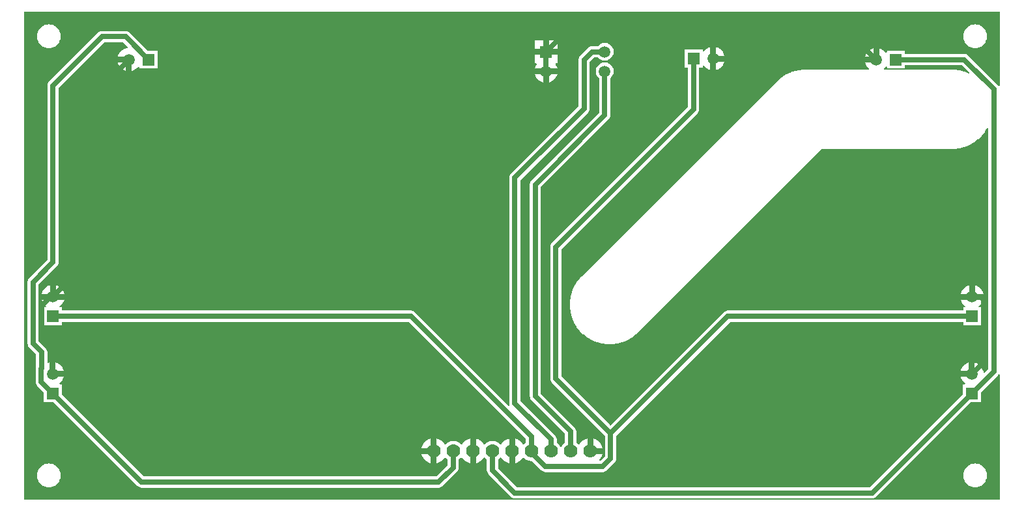
<source format=gbl>
G04*
G04 #@! TF.GenerationSoftware,Altium Limited,Altium Designer,18.1.9 (240)*
G04*
G04 Layer_Physical_Order=2*
G04 Layer_Color=16711680*
%FSLAX25Y25*%
%MOIN*%
G70*
G01*
G75*
%ADD10C,0.02500*%
%ADD11C,0.07000*%
%ADD12R,0.05906X0.05906*%
%ADD13C,0.05906*%
%ADD14R,0.05906X0.05906*%
G36*
X483604Y257830D02*
X483321Y257406D01*
X481223Y258276D01*
X481117Y258297D01*
X481021Y258344D01*
X478643Y258981D01*
X478536Y258988D01*
X478434Y259023D01*
X475994Y259344D01*
X475886Y259337D01*
X475781Y259358D01*
X439906D01*
X439727Y259858D01*
X440230Y260270D01*
X440947Y261145D01*
X440983Y261145D01*
X441447Y260791D01*
Y259947D01*
X450553D01*
Y261625D01*
X479809D01*
X483604Y257830D01*
D02*
G37*
G36*
X499065Y288973D02*
X499073Y288965D01*
X499077Y288956D01*
Y251013D01*
X498576Y250877D01*
X498209Y251356D01*
X483033Y266533D01*
X482437Y266989D01*
X481744Y267277D01*
X481000Y267375D01*
X450553D01*
Y269053D01*
X441447D01*
Y268209D01*
X440983Y267855D01*
X440947Y267855D01*
X440230Y268730D01*
X439323Y269474D01*
X438289Y270026D01*
X437500Y270266D01*
Y264500D01*
X436000D01*
Y263000D01*
X430234D01*
X430474Y262211D01*
X431027Y261177D01*
X431770Y260270D01*
X432273Y259858D01*
X432094Y259358D01*
X398628D01*
X398548Y259342D01*
X398468Y259350D01*
X396632Y259170D01*
X396554Y259146D01*
X396473D01*
X394664Y258786D01*
X394589Y258755D01*
X394509Y258747D01*
X392743Y258212D01*
X392672Y258173D01*
X392593Y258158D01*
X390888Y257452D01*
X390821Y257407D01*
X390743Y257383D01*
X389116Y256514D01*
X389054Y256462D01*
X388979Y256431D01*
X387445Y255406D01*
X387388Y255349D01*
X387316Y255311D01*
X385890Y254141D01*
X385839Y254078D01*
X385772Y254033D01*
X385120Y253381D01*
X385119Y253381D01*
X285120Y153381D01*
X284249Y152511D01*
X284189Y152421D01*
X284108Y152350D01*
X282610Y150398D01*
X282563Y150301D01*
X282492Y150220D01*
X281261Y148088D01*
X281226Y147986D01*
X281167Y147897D01*
X280225Y145623D01*
X280204Y145518D01*
X280156Y145421D01*
X279519Y143043D01*
X279512Y142936D01*
X279477Y142834D01*
X279156Y140394D01*
X279163Y140287D01*
X279142Y140181D01*
Y137720D01*
X279163Y137614D01*
X279156Y137507D01*
X279477Y135066D01*
X279512Y134965D01*
X279519Y134857D01*
X280156Y132480D01*
X280204Y132383D01*
X280225Y132278D01*
X281167Y130004D01*
X281226Y129914D01*
X281261Y129812D01*
X282492Y127681D01*
X282563Y127600D01*
X282610Y127503D01*
X284108Y125550D01*
X284189Y125479D01*
X284249Y125390D01*
X285990Y123650D01*
X286079Y123590D01*
X286150Y123509D01*
X288103Y122011D01*
X288199Y121963D01*
X288280Y121892D01*
X290412Y120661D01*
X290514Y120627D01*
X290603Y120567D01*
X292877Y119625D01*
X292983Y119604D01*
X293079Y119556D01*
X295457Y118919D01*
X295564Y118912D01*
X295666Y118878D01*
X298106Y118556D01*
X298214Y118563D01*
X298319Y118543D01*
X300781D01*
X300886Y118563D01*
X300994Y118556D01*
X303434Y118878D01*
X303536Y118912D01*
X303643Y118919D01*
X306021Y119556D01*
X306117Y119604D01*
X306223Y119625D01*
X308497Y120567D01*
X308586Y120627D01*
X308688Y120661D01*
X310820Y121892D01*
X310901Y121963D01*
X310997Y122011D01*
X312950Y123509D01*
X313021Y123590D01*
X313110Y123650D01*
X313981Y124520D01*
X313981Y124520D01*
X408003Y218543D01*
X475781D01*
X475886Y218564D01*
X475994Y218556D01*
X478434Y218878D01*
X478536Y218912D01*
X478643Y218919D01*
X481021Y219556D01*
X481117Y219604D01*
X481223Y219625D01*
X483497Y220567D01*
X483586Y220627D01*
X483688Y220661D01*
X485820Y221892D01*
X485901Y221963D01*
X485997Y222010D01*
X487950Y223509D01*
X488021Y223590D01*
X488110Y223650D01*
X489851Y225390D01*
X489911Y225480D01*
X489991Y225551D01*
X491490Y227503D01*
X491537Y227600D01*
X491608Y227681D01*
X492566Y229339D01*
X493220Y229472D01*
X493302Y229411D01*
Y106020D01*
X491238Y103956D01*
X490767Y104124D01*
X490714Y104667D01*
X490373Y105789D01*
X489820Y106823D01*
X489077Y107730D01*
X488170Y108474D01*
X487136Y109026D01*
X486347Y109266D01*
Y103500D01*
X484847D01*
Y102000D01*
X479081D01*
X479321Y101211D01*
X479874Y100177D01*
X480618Y99270D01*
X481492Y98553D01*
X481492Y98517D01*
X481138Y98053D01*
X480294D01*
Y93012D01*
X432656Y45375D01*
X252191D01*
X242425Y55141D01*
Y59728D01*
X243187Y60313D01*
X243459Y60666D01*
X243957Y60625D01*
X244119Y60322D01*
X244932Y59332D01*
X245921Y58520D01*
X247050Y57916D01*
X248050Y57613D01*
Y63950D01*
Y70288D01*
X247050Y69985D01*
X245921Y69381D01*
X244932Y68569D01*
X244119Y67579D01*
X243957Y67275D01*
X243459Y67234D01*
X243187Y67588D01*
X242122Y68405D01*
X240881Y68919D01*
X239550Y69094D01*
X238219Y68919D01*
X236978Y68405D01*
X235913Y67588D01*
X235641Y67234D01*
X235143Y67275D01*
X234981Y67579D01*
X234168Y68568D01*
X233179Y69381D01*
X232049Y69984D01*
X231050Y70288D01*
Y63950D01*
Y57613D01*
X232049Y57916D01*
X233179Y58519D01*
X234168Y59332D01*
X234981Y60321D01*
X235143Y60625D01*
X235642Y60666D01*
X235913Y60313D01*
X236675Y59728D01*
Y53950D01*
X236773Y53206D01*
X237060Y52513D01*
X237517Y51917D01*
X248967Y40467D01*
X249563Y40010D01*
X250256Y39723D01*
X251000Y39625D01*
X433847D01*
X434591Y39723D01*
X435284Y40010D01*
X435880Y40467D01*
X484360Y88947D01*
X489400D01*
Y93988D01*
X498209Y102797D01*
X498576Y103276D01*
X499077Y103139D01*
Y38945D01*
X499073Y38935D01*
X499065Y38928D01*
X499055Y38924D01*
X45D01*
X35Y38928D01*
X27Y38935D01*
X23Y38945D01*
Y288956D01*
X27Y288965D01*
X35Y288973D01*
X45Y288977D01*
X499055D01*
X499065Y288973D01*
D02*
G37*
%LPC*%
G36*
X486988Y282532D02*
X486112D01*
X485954Y282500D01*
X485793D01*
X484934Y282329D01*
X484785Y282268D01*
X484628Y282237D01*
X483818Y281901D01*
X483684Y281812D01*
X483536Y281750D01*
X482807Y281263D01*
X482693Y281150D01*
X482560Y281060D01*
X481940Y280441D01*
X481851Y280307D01*
X481737Y280193D01*
X481250Y279465D01*
X481189Y279316D01*
X481099Y279183D01*
X480764Y278373D01*
X480732Y278215D01*
X480671Y278067D01*
X480500Y277207D01*
Y277046D01*
X480469Y276889D01*
Y276012D01*
X480500Y275854D01*
Y275694D01*
X480671Y274834D01*
X480732Y274686D01*
X480764Y274528D01*
X481099Y273718D01*
X481188Y273585D01*
X481250Y273436D01*
X481737Y272707D01*
X481851Y272594D01*
X481940Y272460D01*
X482560Y271840D01*
X482693Y271751D01*
X482807Y271637D01*
X483536Y271150D01*
X483684Y271089D01*
X483818Y271000D01*
X484628Y270664D01*
X484785Y270633D01*
X484934Y270571D01*
X485793Y270400D01*
X485954D01*
X486112Y270369D01*
X486988D01*
X487146Y270400D01*
X487306D01*
X488166Y270571D01*
X488315Y270633D01*
X488472Y270664D01*
X489282Y271000D01*
X489416Y271089D01*
X489564Y271150D01*
X490293Y271637D01*
X490407Y271751D01*
X490540Y271840D01*
X491160Y272460D01*
X491249Y272594D01*
X491363Y272707D01*
X491850Y273436D01*
X491911Y273585D01*
X492001Y273718D01*
X492336Y274528D01*
X492368Y274686D01*
X492429Y274834D01*
X492600Y275694D01*
Y275854D01*
X492631Y276012D01*
Y276889D01*
X492600Y277046D01*
Y277207D01*
X492429Y278067D01*
X492368Y278215D01*
X492336Y278373D01*
X492001Y279183D01*
X491911Y279316D01*
X491850Y279465D01*
X491363Y280193D01*
X491249Y280307D01*
X491160Y280441D01*
X490540Y281060D01*
X490407Y281150D01*
X490293Y281263D01*
X489564Y281750D01*
X489416Y281812D01*
X489282Y281901D01*
X488472Y282237D01*
X488315Y282268D01*
X488166Y282329D01*
X487307Y282500D01*
X487146D01*
X486988Y282532D01*
D02*
G37*
G36*
X12988D02*
X12112D01*
X11954Y282500D01*
X11793D01*
X10934Y282329D01*
X10785Y282268D01*
X10628Y282237D01*
X9818Y281901D01*
X9684Y281812D01*
X9536Y281750D01*
X8807Y281263D01*
X8693Y281150D01*
X8560Y281060D01*
X7940Y280441D01*
X7851Y280307D01*
X7737Y280193D01*
X7250Y279465D01*
X7188Y279316D01*
X7099Y279183D01*
X6764Y278373D01*
X6733Y278215D01*
X6671Y278067D01*
X6500Y277207D01*
Y277046D01*
X6469Y276889D01*
Y276012D01*
X6500Y275854D01*
Y275694D01*
X6671Y274834D01*
X6733Y274686D01*
X6764Y274528D01*
X7099Y273718D01*
X7188Y273585D01*
X7250Y273436D01*
X7737Y272707D01*
X7851Y272594D01*
X7940Y272460D01*
X8560Y271840D01*
X8693Y271751D01*
X8807Y271637D01*
X9536Y271150D01*
X9684Y271089D01*
X9818Y271000D01*
X10628Y270664D01*
X10785Y270633D01*
X10934Y270571D01*
X11793Y270400D01*
X11954D01*
X12112Y270369D01*
X12988D01*
X13146Y270400D01*
X13307D01*
X14166Y270571D01*
X14315Y270633D01*
X14472Y270664D01*
X15282Y271000D01*
X15416Y271089D01*
X15564Y271150D01*
X16293Y271637D01*
X16407Y271751D01*
X16540Y271840D01*
X17160Y272460D01*
X17249Y272594D01*
X17363Y272707D01*
X17850Y273436D01*
X17911Y273585D01*
X18001Y273718D01*
X18336Y274528D01*
X18368Y274686D01*
X18429Y274834D01*
X18600Y275694D01*
Y275854D01*
X18631Y276012D01*
Y276889D01*
X18600Y277046D01*
Y277207D01*
X18429Y278067D01*
X18368Y278215D01*
X18336Y278373D01*
X18001Y279183D01*
X17911Y279316D01*
X17850Y279465D01*
X17363Y280193D01*
X17249Y280307D01*
X17160Y280441D01*
X16540Y281060D01*
X16407Y281150D01*
X16293Y281263D01*
X15564Y281750D01*
X15416Y281812D01*
X15282Y281901D01*
X14472Y282237D01*
X14315Y282268D01*
X14166Y282329D01*
X13307Y282500D01*
X13146D01*
X12988Y282532D01*
D02*
G37*
G36*
X272953Y274453D02*
X268500D01*
Y270000D01*
X272953D01*
Y274453D01*
D02*
G37*
G36*
X265500D02*
X261047D01*
Y270000D01*
X265500D01*
Y274453D01*
D02*
G37*
G36*
X354000Y270766D02*
Y266500D01*
X358266D01*
X358026Y267289D01*
X357473Y268323D01*
X356730Y269230D01*
X355823Y269973D01*
X354789Y270526D01*
X354000Y270766D01*
D02*
G37*
G36*
X434500Y270266D02*
X433711Y270026D01*
X432677Y269474D01*
X431770Y268730D01*
X431027Y267823D01*
X430474Y266789D01*
X430234Y266000D01*
X434500D01*
Y270266D01*
D02*
G37*
G36*
X272953Y267000D02*
X261047D01*
Y262547D01*
X262036D01*
X262250Y262095D01*
X262027Y261823D01*
X261474Y260789D01*
X261234Y260000D01*
X272766D01*
X272526Y260789D01*
X271973Y261823D01*
X271750Y262095D01*
X271964Y262547D01*
X272953D01*
Y267000D01*
D02*
G37*
G36*
X51769Y279106D02*
X39731D01*
X38987Y279008D01*
X38294Y278721D01*
X37699Y278264D01*
X12625Y253190D01*
X12168Y252595D01*
X11881Y251902D01*
X11783Y251158D01*
Y161849D01*
X2467Y152533D01*
X2011Y151937D01*
X1723Y151244D01*
X1625Y150500D01*
Y119000D01*
X1723Y118256D01*
X2011Y117563D01*
X2467Y116967D01*
X5975Y113459D01*
Y106932D01*
X5921Y106800D01*
X5823Y106056D01*
Y99303D01*
X5921Y98559D01*
X6208Y97865D01*
X6665Y97270D01*
X9947Y93988D01*
Y88947D01*
X14988D01*
X57967Y45967D01*
X58563Y45511D01*
X59256Y45223D01*
X60000Y45125D01*
X212000D01*
X212744Y45223D01*
X213437Y45511D01*
X214033Y45967D01*
X221533Y53467D01*
X221989Y54063D01*
X222277Y54756D01*
X222375Y55500D01*
Y59728D01*
X223137Y60313D01*
X223438Y60705D01*
X223936Y60664D01*
X224119Y60321D01*
X224932Y59332D01*
X225921Y58519D01*
X227050Y57916D01*
X228050Y57613D01*
Y63950D01*
Y70288D01*
X227050Y69984D01*
X225921Y69381D01*
X224932Y68568D01*
X224119Y67579D01*
X223936Y67237D01*
X223438Y67196D01*
X223137Y67588D01*
X222072Y68405D01*
X220831Y68919D01*
X219500Y69094D01*
X218169Y68919D01*
X216928Y68405D01*
X215863Y67588D01*
X215592Y67234D01*
X215093Y67275D01*
X214931Y67579D01*
X214118Y68569D01*
X213129Y69381D01*
X212000Y69985D01*
X211000Y70288D01*
Y63950D01*
Y57613D01*
X212000Y57916D01*
X213129Y58520D01*
X214118Y59332D01*
X214931Y60322D01*
X215093Y60625D01*
X215592Y60666D01*
X215863Y60313D01*
X216625Y59728D01*
Y56691D01*
X210809Y50875D01*
X61191D01*
X19053Y93012D01*
Y98053D01*
X18209D01*
X17855Y98517D01*
X17855Y98553D01*
X18730Y99270D01*
X19474Y100177D01*
X20026Y101211D01*
X20266Y102000D01*
X14500D01*
Y103500D01*
X13000D01*
Y109266D01*
X12211Y109026D01*
X12153Y108995D01*
X11725Y109253D01*
Y114650D01*
X11627Y115394D01*
X11339Y116087D01*
X10883Y116683D01*
X7375Y120191D01*
Y149309D01*
X16691Y158625D01*
X17147Y159221D01*
X17435Y159914D01*
X17533Y160658D01*
Y249967D01*
X40922Y273357D01*
X50578D01*
X53044Y270891D01*
X52876Y270420D01*
X52333Y270367D01*
X51211Y270026D01*
X50177Y269474D01*
X49270Y268730D01*
X48526Y267823D01*
X47974Y266789D01*
X47734Y266000D01*
X53500D01*
Y264500D01*
X55000D01*
Y258734D01*
X55789Y258974D01*
X56823Y259526D01*
X57730Y260270D01*
X58447Y261145D01*
X58483Y261145D01*
X58947Y260791D01*
Y259947D01*
X68053D01*
Y269053D01*
X63012D01*
X53802Y278264D01*
X53206Y278721D01*
X52513Y279008D01*
X51769Y279106D01*
D02*
G37*
G36*
X358266Y263500D02*
X354000D01*
Y259234D01*
X354789Y259474D01*
X355823Y260027D01*
X356730Y260770D01*
X357473Y261677D01*
X358026Y262711D01*
X358266Y263500D01*
D02*
G37*
G36*
X297000Y273092D02*
X295812Y272936D01*
X294704Y272477D01*
X293753Y271747D01*
X293467Y271375D01*
X290500D01*
X289756Y271277D01*
X289063Y270989D01*
X288467Y270533D01*
X284467Y266533D01*
X284011Y265937D01*
X283723Y265244D01*
X283625Y264500D01*
Y240691D01*
X248967Y206033D01*
X248511Y205437D01*
X248223Y204744D01*
X248125Y204000D01*
Y88500D01*
X248223Y87756D01*
X248370Y87403D01*
X247946Y87120D01*
X200033Y135033D01*
X199437Y135489D01*
X198744Y135777D01*
X198000Y135875D01*
X19211D01*
Y137553D01*
X18367D01*
X18013Y138017D01*
X18013Y138053D01*
X18888Y138770D01*
X19631Y139677D01*
X20184Y140711D01*
X20423Y141500D01*
X14658D01*
X8892D01*
X9132Y140711D01*
X9684Y139677D01*
X10428Y138770D01*
X11303Y138053D01*
X11303Y138017D01*
X10949Y137553D01*
X10105D01*
Y128447D01*
X19211D01*
Y130125D01*
X196809D01*
X256675Y70259D01*
Y68173D01*
X255913Y67588D01*
X255642Y67234D01*
X255143Y67275D01*
X254981Y67579D01*
X254168Y68569D01*
X253179Y69381D01*
X252049Y69985D01*
X251050Y70288D01*
Y63950D01*
Y57613D01*
X252049Y57916D01*
X253179Y58520D01*
X254168Y59332D01*
X254981Y60322D01*
X255143Y60625D01*
X255642Y60666D01*
X255913Y60313D01*
X256978Y59496D01*
X258219Y58982D01*
X259550Y58806D01*
X259619Y58815D01*
X264467Y53967D01*
X265063Y53510D01*
X265756Y53223D01*
X266500Y53125D01*
X296000D01*
X296744Y53223D01*
X297437Y53510D01*
X298033Y53967D01*
X302033Y57967D01*
X302489Y58563D01*
X302777Y59256D01*
X302875Y60000D01*
Y71809D01*
X361191Y130125D01*
X480447D01*
Y128447D01*
X489553D01*
Y137553D01*
X488709D01*
X488355Y138017D01*
X488355Y138053D01*
X489230Y138770D01*
X489973Y139677D01*
X490526Y140711D01*
X490766Y141500D01*
X485000D01*
X479234D01*
X479474Y140711D01*
X480026Y139677D01*
X480770Y138770D01*
X481645Y138053D01*
X481645Y138017D01*
X481291Y137553D01*
X480447D01*
Y135875D01*
X360000D01*
X359256Y135777D01*
X358563Y135489D01*
X357967Y135033D01*
X300000Y77065D01*
X274875Y102191D01*
Y167309D01*
X344533Y236967D01*
X344989Y237563D01*
X345277Y238256D01*
X345375Y239000D01*
Y260447D01*
X347053D01*
Y261291D01*
X347517Y261645D01*
X347553Y261645D01*
X348270Y260770D01*
X349177Y260027D01*
X350211Y259474D01*
X351000Y259234D01*
Y265000D01*
Y270766D01*
X350211Y270526D01*
X349177Y269973D01*
X348270Y269230D01*
X347553Y268355D01*
X347517Y268355D01*
X347053Y268709D01*
Y269553D01*
X337947D01*
Y260447D01*
X339625D01*
Y240191D01*
X269967Y170533D01*
X269511Y169937D01*
X269223Y169244D01*
X269125Y168500D01*
Y101000D01*
X269223Y100256D01*
X269511Y99563D01*
X269967Y98967D01*
X297125Y71809D01*
Y61191D01*
X294809Y58875D01*
X294332D01*
X294254Y59093D01*
X294203Y59375D01*
X294981Y60322D01*
X295584Y61451D01*
X295887Y62450D01*
X289550D01*
Y63950D01*
X288050D01*
Y70288D01*
X287051Y69985D01*
X285921Y69381D01*
X284932Y68569D01*
X284119Y67579D01*
X283957Y67275D01*
X283458Y67234D01*
X283187Y67587D01*
X282425Y68173D01*
Y73950D01*
X282327Y74694D01*
X282039Y75387D01*
X281583Y75983D01*
X264375Y93191D01*
Y199309D01*
X299033Y233967D01*
X299489Y234563D01*
X299777Y235256D01*
X299875Y236000D01*
Y254967D01*
X300247Y255253D01*
X300977Y256204D01*
X301436Y257312D01*
X301592Y258500D01*
X301436Y259688D01*
X300977Y260796D01*
X300247Y261747D01*
X299296Y262477D01*
X298188Y262936D01*
X297000Y263092D01*
X295812Y262936D01*
X294704Y262477D01*
X293753Y261747D01*
X293023Y260796D01*
X292564Y259688D01*
X292408Y258500D01*
X292564Y257312D01*
X293023Y256204D01*
X293753Y255253D01*
X294125Y254967D01*
Y237191D01*
X259467Y202533D01*
X259011Y201937D01*
X258723Y201244D01*
X258625Y200500D01*
Y92000D01*
X258723Y91256D01*
X259011Y90563D01*
X259467Y89967D01*
X276675Y72759D01*
Y68173D01*
X275913Y67587D01*
X275095Y66522D01*
X274821Y65859D01*
X274279D01*
X274005Y66522D01*
X273187Y67587D01*
X272425Y68173D01*
Y69950D01*
X272327Y70694D01*
X272040Y71387D01*
X271583Y71983D01*
X253875Y89691D01*
Y202809D01*
X288533Y237467D01*
X288989Y238063D01*
X289277Y238756D01*
X289375Y239500D01*
Y263309D01*
X291691Y265625D01*
X293467D01*
X293753Y265253D01*
X294704Y264523D01*
X295812Y264064D01*
X297000Y263908D01*
X298188Y264064D01*
X299296Y264523D01*
X300247Y265253D01*
X300977Y266204D01*
X301436Y267312D01*
X301592Y268500D01*
X301436Y269689D01*
X300977Y270796D01*
X300247Y271747D01*
X299296Y272477D01*
X298188Y272936D01*
X297000Y273092D01*
D02*
G37*
G36*
X52000Y263000D02*
X47734D01*
X47974Y262211D01*
X48526Y261177D01*
X49270Y260270D01*
X50177Y259526D01*
X51211Y258974D01*
X52000Y258734D01*
Y263000D01*
D02*
G37*
G36*
X272766Y257000D02*
X268500D01*
Y252734D01*
X269289Y252974D01*
X270323Y253526D01*
X271230Y254270D01*
X271973Y255177D01*
X272526Y256211D01*
X272766Y257000D01*
D02*
G37*
G36*
X265500D02*
X261234D01*
X261474Y256211D01*
X262027Y255177D01*
X262770Y254270D01*
X263677Y253526D01*
X264711Y252974D01*
X265500Y252734D01*
Y257000D01*
D02*
G37*
G36*
X486500Y148766D02*
Y144500D01*
X490766D01*
X490526Y145289D01*
X489973Y146323D01*
X489230Y147230D01*
X488323Y147974D01*
X487289Y148526D01*
X486500Y148766D01*
D02*
G37*
G36*
X16158D02*
Y144500D01*
X20423D01*
X20184Y145289D01*
X19631Y146323D01*
X18888Y147230D01*
X17981Y147974D01*
X16947Y148526D01*
X16158Y148766D01*
D02*
G37*
G36*
X483500D02*
X482711Y148526D01*
X481677Y147974D01*
X480770Y147230D01*
X480026Y146323D01*
X479474Y145289D01*
X479234Y144500D01*
X483500D01*
Y148766D01*
D02*
G37*
G36*
X13158D02*
X12369Y148526D01*
X11335Y147974D01*
X10428Y147230D01*
X9684Y146323D01*
X9132Y145289D01*
X8892Y144500D01*
X13158D01*
Y148766D01*
D02*
G37*
G36*
X483347Y109266D02*
X482558Y109026D01*
X481524Y108474D01*
X480618Y107730D01*
X479874Y106823D01*
X479321Y105789D01*
X479081Y105000D01*
X483347D01*
Y109266D01*
D02*
G37*
G36*
X16000Y109266D02*
Y105000D01*
X20266D01*
X20026Y105789D01*
X19474Y106823D01*
X18730Y107730D01*
X17823Y108474D01*
X16789Y109026D01*
X16000Y109266D01*
D02*
G37*
G36*
X291050Y70288D02*
Y65450D01*
X295887D01*
X295584Y66450D01*
X294981Y67579D01*
X294168Y68569D01*
X293179Y69381D01*
X292050Y69985D01*
X291050Y70288D01*
D02*
G37*
G36*
X208000D02*
X207000Y69985D01*
X205871Y69381D01*
X204882Y68569D01*
X204069Y67579D01*
X203466Y66450D01*
X203163Y65450D01*
X208000D01*
Y70288D01*
D02*
G37*
G36*
Y62450D02*
X203163D01*
X203466Y61451D01*
X204069Y60322D01*
X204882Y59332D01*
X205871Y58520D01*
X207000Y57916D01*
X208000Y57613D01*
Y62450D01*
D02*
G37*
G36*
X486988Y57532D02*
X486112D01*
X485954Y57500D01*
X485793D01*
X484934Y57329D01*
X484785Y57268D01*
X484628Y57236D01*
X483818Y56901D01*
X483684Y56812D01*
X483536Y56750D01*
X482807Y56263D01*
X482693Y56150D01*
X482560Y56060D01*
X481940Y55441D01*
X481851Y55307D01*
X481737Y55193D01*
X481250Y54465D01*
X481189Y54316D01*
X481099Y54182D01*
X480764Y53373D01*
X480732Y53215D01*
X480671Y53067D01*
X480500Y52207D01*
Y52046D01*
X480469Y51889D01*
Y51012D01*
X480500Y50854D01*
Y50694D01*
X480671Y49834D01*
X480732Y49686D01*
X480764Y49528D01*
X481099Y48718D01*
X481188Y48585D01*
X481250Y48436D01*
X481737Y47707D01*
X481851Y47594D01*
X481940Y47460D01*
X482560Y46840D01*
X482693Y46751D01*
X482807Y46637D01*
X483536Y46150D01*
X483684Y46089D01*
X483818Y46000D01*
X484628Y45664D01*
X484785Y45633D01*
X484934Y45571D01*
X485793Y45400D01*
X485954D01*
X486112Y45369D01*
X486988D01*
X487146Y45400D01*
X487306D01*
X488166Y45571D01*
X488315Y45633D01*
X488472Y45664D01*
X489282Y46000D01*
X489416Y46089D01*
X489564Y46150D01*
X490293Y46637D01*
X490407Y46751D01*
X490540Y46840D01*
X491160Y47460D01*
X491249Y47594D01*
X491363Y47707D01*
X491850Y48436D01*
X491911Y48585D01*
X492001Y48718D01*
X492336Y49528D01*
X492368Y49686D01*
X492429Y49834D01*
X492600Y50694D01*
Y50854D01*
X492631Y51012D01*
Y51889D01*
X492600Y52046D01*
Y52207D01*
X492429Y53067D01*
X492368Y53215D01*
X492336Y53373D01*
X492001Y54182D01*
X491911Y54316D01*
X491850Y54465D01*
X491363Y55193D01*
X491249Y55307D01*
X491160Y55441D01*
X490540Y56060D01*
X490407Y56150D01*
X490293Y56263D01*
X489564Y56750D01*
X489416Y56812D01*
X489282Y56901D01*
X488472Y57236D01*
X488315Y57268D01*
X488166Y57329D01*
X487307Y57500D01*
X487146D01*
X486988Y57532D01*
D02*
G37*
G36*
X12988D02*
X12112D01*
X11954Y57500D01*
X11793D01*
X10934Y57329D01*
X10785Y57268D01*
X10628Y57236D01*
X9818Y56901D01*
X9684Y56812D01*
X9536Y56750D01*
X8807Y56263D01*
X8693Y56150D01*
X8560Y56060D01*
X7940Y55441D01*
X7851Y55307D01*
X7737Y55193D01*
X7250Y54465D01*
X7188Y54316D01*
X7099Y54182D01*
X6764Y53373D01*
X6733Y53215D01*
X6671Y53067D01*
X6500Y52207D01*
Y52046D01*
X6469Y51889D01*
Y51012D01*
X6500Y50854D01*
Y50694D01*
X6671Y49834D01*
X6733Y49686D01*
X6764Y49528D01*
X7099Y48718D01*
X7188Y48585D01*
X7250Y48436D01*
X7737Y47707D01*
X7851Y47594D01*
X7940Y47460D01*
X8560Y46840D01*
X8693Y46751D01*
X8807Y46637D01*
X9536Y46150D01*
X9684Y46089D01*
X9818Y46000D01*
X10628Y45664D01*
X10785Y45633D01*
X10934Y45571D01*
X11793Y45400D01*
X11954D01*
X12112Y45369D01*
X12988D01*
X13146Y45400D01*
X13307D01*
X14166Y45571D01*
X14315Y45633D01*
X14472Y45664D01*
X15282Y46000D01*
X15416Y46089D01*
X15564Y46150D01*
X16293Y46637D01*
X16407Y46751D01*
X16540Y46840D01*
X17160Y47460D01*
X17249Y47594D01*
X17363Y47707D01*
X17850Y48436D01*
X17911Y48585D01*
X18001Y48718D01*
X18336Y49528D01*
X18368Y49686D01*
X18429Y49834D01*
X18600Y50694D01*
Y50854D01*
X18631Y51012D01*
Y51889D01*
X18600Y52046D01*
Y52207D01*
X18429Y53067D01*
X18368Y53215D01*
X18336Y53373D01*
X18001Y54182D01*
X17911Y54316D01*
X17850Y54465D01*
X17363Y55193D01*
X17249Y55307D01*
X17160Y55441D01*
X16540Y56060D01*
X16407Y56150D01*
X16293Y56263D01*
X15564Y56750D01*
X15416Y56812D01*
X15282Y56901D01*
X14472Y57236D01*
X14315Y57268D01*
X14166Y57329D01*
X13307Y57500D01*
X13146D01*
X12988Y57532D01*
D02*
G37*
%LPD*%
D10*
X321000Y274500D02*
X352500D01*
X273000D02*
X321000D01*
Y234500D02*
Y274500D01*
X266500Y180000D02*
X321000Y234500D01*
X266500Y96500D02*
Y180000D01*
Y96500D02*
X289550Y73450D01*
Y63950D02*
Y73450D01*
X352500Y236000D02*
Y265000D01*
X276500Y160000D02*
X352500Y236000D01*
X276500Y125000D02*
Y160000D01*
Y125000D02*
X288500Y113000D01*
X315500D01*
X345500Y143000D01*
X485000D01*
X352500Y274500D02*
X426000D01*
X352500Y265000D02*
Y274500D01*
X426000D02*
X436000Y264500D01*
X342500Y239000D02*
Y265000D01*
X485000Y143000D02*
X489250D01*
X490829Y141421D01*
Y109482D02*
Y141421D01*
X484847Y103500D02*
X490829Y109482D01*
X446000Y264500D02*
X481000D01*
X496176Y249324D01*
Y104829D02*
Y249324D01*
X484847Y93500D02*
X496176Y104829D01*
X478500Y103500D02*
X484847D01*
X422000Y47000D02*
X478500Y103500D01*
X257500Y47000D02*
X422000D01*
X249550Y54950D02*
X257500Y47000D01*
X249550Y54950D02*
Y63950D01*
X433847Y42500D02*
X484847Y93500D01*
X251000Y42500D02*
X433847D01*
X239550Y53950D02*
X251000Y42500D01*
X239550Y53950D02*
Y63950D01*
X267000Y268500D02*
X273000Y274500D01*
X272000Y101000D02*
Y168500D01*
X342500Y239000D01*
X267000Y258500D02*
Y268500D01*
X30500Y241500D02*
X53500Y264500D01*
X30500Y158842D02*
Y241500D01*
X14658Y143000D02*
X30500Y158842D01*
X51769Y276231D02*
X63500Y264500D01*
X39731Y276231D02*
X51769D01*
X14658Y251158D02*
X39731Y276231D01*
X14658Y160658D02*
Y251158D01*
X4500Y150500D02*
X14658Y160658D01*
X4500Y119000D02*
Y150500D01*
Y119000D02*
X8850Y114650D01*
Y106209D02*
Y114650D01*
X8697Y106056D02*
X8850Y106209D01*
X8697Y99303D02*
Y106056D01*
Y99303D02*
X14500Y93500D01*
X13578Y143000D02*
X14658D01*
X8855Y138277D02*
X13578Y143000D01*
X8855Y121645D02*
Y138277D01*
Y121645D02*
X14500Y116000D01*
Y103500D02*
Y116000D01*
X14658Y133000D02*
X198000D01*
X259550Y71450D01*
Y63950D02*
Y71450D01*
X266500Y56000D02*
X296000D01*
X259550Y62950D02*
X266500Y56000D01*
X259550Y62950D02*
Y63950D01*
X296000Y56000D02*
X300000Y60000D01*
X178500Y103500D02*
X209500Y72500D01*
X14500Y103500D02*
X178500D01*
X230000Y77000D02*
X246000D01*
X214000D02*
X230000D01*
X229550Y76550D02*
X230000Y77000D01*
X229550Y63950D02*
Y76550D01*
X249550Y63950D02*
Y73450D01*
X246000Y77000D02*
X249550Y73450D01*
X209500Y72500D02*
X214000Y77000D01*
X209500Y63950D02*
Y72500D01*
X14500Y93500D02*
X60000Y48000D01*
X212000D01*
X219500Y55500D01*
Y63950D01*
X300000Y73000D02*
X360000Y133000D01*
X485000D01*
X290500Y268500D02*
X297000D01*
X286500Y264500D02*
X290500Y268500D01*
X286500Y239500D02*
Y264500D01*
X251000Y204000D02*
X286500Y239500D01*
X251000Y88500D02*
Y204000D01*
X297000Y236000D02*
Y258500D01*
X261500Y200500D02*
X297000Y236000D01*
X261500Y92000D02*
Y200500D01*
Y92000D02*
X279550Y73950D01*
Y63950D02*
Y73950D01*
X251000Y88500D02*
X269550Y69950D01*
Y63950D02*
Y69950D01*
X272000Y101000D02*
X300000Y73000D01*
Y60000D02*
Y73000D01*
D11*
X289550Y63950D02*
D03*
X229550Y63950D02*
D03*
X279550D02*
D03*
X219500Y63950D02*
D03*
X239550D02*
D03*
X269550Y63950D02*
D03*
X249550Y63950D02*
D03*
X209500D02*
D03*
X259550D02*
D03*
D12*
X485000Y133000D02*
D03*
X14658D02*
D03*
X14500Y93500D02*
D03*
X484847D02*
D03*
D13*
X485000Y143000D02*
D03*
X297000Y258500D02*
D03*
Y268500D02*
D03*
X267000Y258500D02*
D03*
X53500Y264500D02*
D03*
X14658Y143000D02*
D03*
X14500Y103500D02*
D03*
X352500Y265000D02*
D03*
X436000Y264500D02*
D03*
X484847Y103500D02*
D03*
D14*
X267000Y268500D02*
D03*
X63500Y264500D02*
D03*
X342500Y265000D02*
D03*
X446000Y264500D02*
D03*
M02*

</source>
